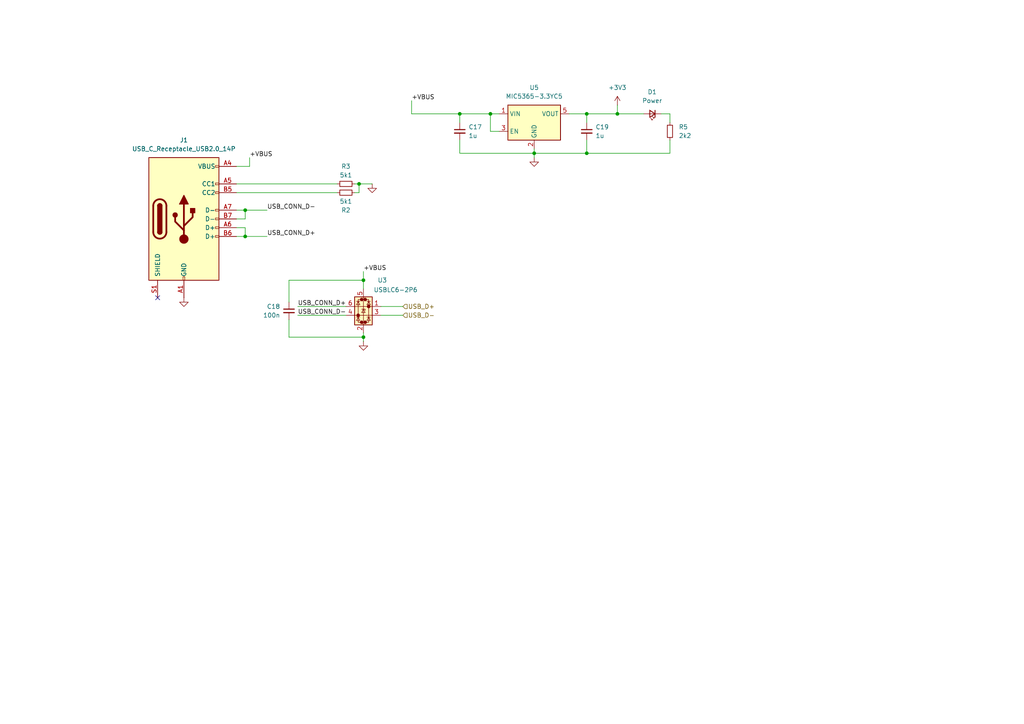
<source format=kicad_sch>
(kicad_sch (version 20231120) (generator "eeschema") (generator_version "8.0")
  (paper "A4")
  (lib_symbols
    (symbol "Connector:USB_C_Receptacle_USB2.0_14P" (pin_names (offset 1.016))
      (property "Reference" "J" (at 0 22.225 0))
      (property "Value" "USB_C_Receptacle_USB2.0_14P" (at 0 19.685 0))
      (symbol "USB_C_Receptacle_USB2.0_14P_0_0"
        (rectangle (start -0.254 -17.78) (end 0.254 -16.764))
        (rectangle (start 10.16 -4.826) (end 9.144 -5.334))
        (rectangle (start 10.16 -2.286) (end 9.144 -2.794))
        (rectangle (start 10.16 0.254) (end 9.144 -0.254))
        (rectangle (start 10.16 2.794) (end 9.144 2.286))
        (rectangle (start 10.16 7.874) (end 9.144 7.366))
        (rectangle (start 10.16 10.414) (end 9.144 9.906))
        (rectangle (start 10.16 15.494) (end 9.144 14.986))
      )
      (symbol "USB_C_Receptacle_USB2.0_14P_0_1"
        (rectangle (start -10.16 17.78) (end 10.16 -17.78) (stroke (width 0.254)) (fill (type background)))
        (arc (start -8.89 -3.81) (mid -6.985 -5.7067) (end -5.08 -3.81) (stroke (width 0.508)))
        (arc (start -7.62 -3.81) (mid -6.985 -4.4423) (end -6.35 -3.81) (stroke (width 0.254)))
        (arc (start -7.62 -3.81) (mid -6.985 -4.4423) (end -6.35 -3.81) (stroke (width 0.254)) (fill (type outline)))
        (rectangle (start -7.62 -3.81) (end -6.35 3.81) (stroke (width 0.254)) (fill (type outline)))
        (arc (start -6.35 3.81) (mid -6.985 4.4423) (end -7.62 3.81) (stroke (width 0.254)))
        (arc (start -6.35 3.81) (mid -6.985 4.4423) (end -7.62 3.81) (stroke (width 0.254)) (fill (type outline)))
        (arc (start -5.08 3.81) (mid -6.985 5.7067) (end -8.89 3.81) (stroke (width 0.508)))
        (circle (center -2.54 1.143) (radius 0.635) (stroke (width 0.254)) (fill (type outline)))
        (circle (center 0 -5.842) (radius 1.27) (fill (type outline)))
        (polyline (pts (xy -8.89 -3.81) (xy -8.89 3.81)) (stroke (width 0.508)))
        (polyline (pts (xy -5.08 3.81) (xy -5.08 -3.81)) (stroke (width 0.508)))
        (polyline (pts (xy 0 -5.842) (xy 0 4.318)) (stroke (width 0.508)))
        (polyline (pts (xy 0 -3.302) (xy -2.54 -0.762) (xy -2.54 0.508)) (stroke (width 0.508)))
        (polyline (pts (xy 0 -2.032) (xy 2.54 0.508) (xy 2.54 1.778)) (stroke (width 0.508)))
        (polyline (pts (xy -1.27 4.318) (xy 0 6.858) (xy 1.27 4.318) (xy -1.27 4.318)) (stroke (width 0.254)) (fill (type outline)))
        (rectangle (start 1.905 1.778) (end 3.175 3.048) (stroke (width 0.254)) (fill (type outline)))
      )
      (symbol "USB_C_Receptacle_USB2.0_14P_1_1"
        (pin passive line (at 0 -22.86 90) (length 5.08) (name "GND") (number "A1"))
        (pin passive line (at 0 -22.86 90) (length 5.08) hide (name "GND") (number "A12"))
        (pin passive line (at 15.24 15.24 180) (length 5.08) (name "VBUS") (number "A4"))
        (pin bidirectional line (at 15.24 10.16 180) (length 5.08) (name "CC1") (number "A5"))
        (pin bidirectional line (at 15.24 -2.54 180) (length 5.08) (name "D+") (number "A6"))
        (pin bidirectional line (at 15.24 2.54 180) (length 5.08) (name "D-") (number "A7"))
        (pin passive line (at 15.24 15.24 180) (length 5.08) hide (name "VBUS") (number "A9"))
        (pin passive line (at 0 -22.86 90) (length 5.08) hide (name "GND") (number "B1"))
        (pin passive line (at 0 -22.86 90) (length 5.08) hide (name "GND") (number "B12"))
        (pin passive line (at 15.24 15.24 180) (length 5.08) hide (name "VBUS") (number "B4"))
        (pin bidirectional line (at 15.24 7.62 180) (length 5.08) (name "CC2") (number "B5"))
        (pin bidirectional line (at 15.24 -5.08 180) (length 5.08) (name "D+") (number "B6"))
        (pin bidirectional line (at 15.24 0 180) (length 5.08) (name "D-") (number "B7"))
        (pin passive line (at 15.24 15.24 180) (length 5.08) hide (name "VBUS") (number "B9"))
        (pin passive line (at -7.62 -22.86 90) (length 5.08) (name "SHIELD") (number "S1"))
      )
    )
    (symbol "Device:C_Small" (pin_numbers hide) (pin_names (offset 0.254) hide)
      (property "Reference" "C" (at 0.254 1.778 0))
      (property "Value" "C_Small" (at 0.254 -2.032 0))
      (symbol "C_Small_0_1"
        (polyline (pts (xy -1.524 -0.508) (xy 1.524 -0.508)) (stroke (width 0.3302)))
        (polyline (pts (xy -1.524 0.508) (xy 1.524 0.508)) (stroke (width 0.3048)))
      )
      (symbol "C_Small_1_1"
        (pin passive line (at 0 2.54 270) (length 2.032) (name "~") (number "1"))
        (pin passive line (at 0 -2.54 90) (length 2.032) (name "~") (number "2"))
      )
    )
    (symbol "Device:LED_Small" (pin_numbers hide) (pin_names (offset 0.254) hide)
      (property "Reference" "D" (at -1.27 3.175 0))
      (property "Value" "LED_Small" (at -4.445 -2.54 0))
      (symbol "LED_Small_0_1"
        (polyline (pts (xy -0.762 -1.016) (xy -0.762 1.016)) (stroke (width 0.254)))
        (polyline (pts (xy 1.016 0) (xy -0.762 0)))
        (polyline (pts (xy 0.762 -1.016) (xy -0.762 0) (xy 0.762 1.016) (xy 0.762 -1.016)) (stroke (width 0.254)))
        (polyline (pts (xy 0 0.762) (xy -0.508 1.27) (xy -0.254 1.27) (xy -0.508 1.27) (xy -0.508 1.016)))
        (polyline (pts (xy 0.508 1.27) (xy 0 1.778) (xy 0.254 1.778) (xy 0 1.778) (xy 0 1.524)))
      )
      (symbol "LED_Small_1_1"
        (pin passive line (at -2.54 0 0) (length 1.778) (name "K") (number "1"))
        (pin passive line (at 2.54 0 180) (length 1.778) (name "A") (number "2"))
      )
    )
    (symbol "Device:R_Small" (pin_numbers hide) (pin_names (offset 0.254) hide)
      (property "Reference" "R" (at 0.762 0.508 0))
      (property "Value" "R_Small" (at 0.762 -1.016 0))
      (symbol "R_Small_0_1"
        (rectangle (start -0.762 1.778) (end 0.762 -1.778) (stroke (width 0.2032)))
      )
      (symbol "R_Small_1_1"
        (pin passive line (at 0 2.54 270) (length 0.762) (name "~") (number "1"))
        (pin passive line (at 0 -2.54 90) (length 0.762) (name "~") (number "2"))
      )
    )
    (symbol "Power_Protection:USBLC6-2P6" (pin_names hide)
      (property "Reference" "U" (at 0.635 5.715 0))
      (property "Value" "USBLC6-2P6" (at 0.635 3.81 0))
      (symbol "USBLC6-2P6_0_0"
        (circle (center -1.524 0) (radius 0.0001) (stroke (width 0.508)))
        (circle (center -0.508 -4.572) (radius 0.0001) (stroke (width 0.508)))
        (circle (center -0.508 2.032) (radius 0.0001) (stroke (width 0.508)))
        (circle (center 0.508 -4.572) (radius 0.0001) (stroke (width 0.508)))
        (circle (center 0.508 2.032) (radius 0.0001) (stroke (width 0.508)))
        (circle (center 1.524 -2.54) (radius 0.0001) (stroke (width 0.508)))
      )
      (symbol "USBLC6-2P6_0_1"
        (polyline (pts (xy -2.54 -2.54) (xy 2.54 -2.54)))
        (polyline (pts (xy -2.54 0) (xy 2.54 0)))
        (polyline (pts (xy -2.032 -3.048) (xy -1.016 -3.048)))
        (polyline (pts (xy -1.016 1.524) (xy -2.032 1.524)))
        (polyline (pts (xy 1.016 -3.048) (xy 2.032 -3.048)))
        (polyline (pts (xy 1.016 1.524) (xy 2.032 1.524)))
        (polyline (pts (xy -0.508 -1.143) (xy -0.508 -0.762) (xy 0.508 -0.762)))
        (polyline (pts (xy -2.032 0.508) (xy -1.016 0.508) (xy -1.524 1.524) (xy -2.032 0.508)))
        (polyline (pts (xy -1.016 -4.064) (xy -2.032 -4.064) (xy -1.524 -3.048) (xy -1.016 -4.064)))
        (polyline (pts (xy 0.508 -1.778) (xy -0.508 -1.778) (xy 0 -0.762) (xy 0.508 -1.778)))
        (polyline (pts (xy 2.032 -4.064) (xy 1.016 -4.064) (xy 1.524 -3.048) (xy 2.032 -4.064)))
        (polyline (pts (xy 2.032 0.508) (xy 1.016 0.508) (xy 1.524 1.524) (xy 2.032 0.508)))
        (polyline (pts (xy 0 2.54) (xy -0.508 2.032) (xy 0.508 2.032) (xy 0 1.524) (xy 0 -4.064) (xy -0.508 -4.572) (xy 0.508 -4.572) (xy 0 -5.08)))
      )
      (symbol "USBLC6-2P6_1_1"
        (rectangle (start -2.54 2.794) (end 2.54 -5.334) (stroke (width 0.254)) (fill (type background)))
        (polyline (pts (xy -0.508 2.032) (xy -1.524 2.032) (xy -1.524 -4.572) (xy -0.508 -4.572)))
        (polyline (pts (xy 0.508 -4.572) (xy 1.524 -4.572) (xy 1.524 2.032) (xy 0.508 2.032)))
        (pin passive line (at -5.08 0 0) (length 2.54) (name "I/O1") (number "1"))
        (pin passive line (at 0 -7.62 90) (length 2.54) (name "GND") (number "2"))
        (pin passive line (at -5.08 -2.54 0) (length 2.54) (name "I/O2") (number "3"))
        (pin passive line (at 5.08 -2.54 180) (length 2.54) (name "I/O2") (number "4"))
        (pin passive line (at 0 5.08 270) (length 2.54) (name "VBUS") (number "5"))
        (pin passive line (at 5.08 0 180) (length 2.54) (name "I/O1") (number "6"))
      )
    )
    (symbol "Regulator_Linear:MIC5365-3.3YC5"
      (property "Reference" "U" (at -6.35 6.35 0))
      (property "Value" "MIC5365-3.3YC5" (at 0 6.35 0))
      (symbol "MIC5365-3.3YC5_0_1"
        (rectangle (start -7.62 -5.08) (end 7.62 5.08) (stroke (width 0.254)) (fill (type background)))
      )
      (symbol "MIC5365-3.3YC5_1_1"
        (pin power_in line (at -10.16 2.54 0) (length 2.54) (name "VIN") (number "1"))
        (pin power_in line (at 0 -7.62 90) (length 2.54) (name "GND") (number "2"))
        (pin input line (at -10.16 -2.54 0) (length 2.54) (name "EN") (number "3"))
        (pin no_connect line (at 7.62 -2.54 180) (length 2.54) hide (name "NC") (number "4"))
        (pin power_out line (at 10.16 2.54 180) (length 2.54) (name "VOUT") (number "5"))
      )
    )
    (symbol "power:+3V3" (power) (pin_numbers hide) (pin_names (offset 0) hide)
      (property "Value" "+3V3" (at 0 3.556 0))
      (symbol "+3V3_0_1"
        (polyline (pts (xy -0.762 1.27) (xy 0 2.54)))
        (polyline (pts (xy 0 0) (xy 0 2.54)))
        (polyline (pts (xy 0 2.54) (xy 0.762 1.27)))
      )
      (symbol "+3V3_1_1"
        (pin power_in line (at 0 0 90) (length 0) (name "~") (number "1"))
      )
    )
    (symbol "power:GND" (power) (pin_numbers hide) (pin_names (offset 0) hide)
      (property "Value" "GND" (at 0 -3.81 0))
      (symbol "GND_0_1"
        (polyline (pts (xy 0 0) (xy 0 -1.27) (xy 1.27 -1.27) (xy 0 -2.54) (xy -1.27 -1.27) (xy 0 -1.27)))
      )
      (symbol "GND_1_1"
        (pin power_in line (at 0 0 270) (length 0) (name "~") (number "1"))
      )
    )
  )
  (junction (at 170.18 33.02))
  (junction (at 179.07 33.02))
  (junction (at 105.41 97.79))
  (junction (at 154.94 44.45))
  (junction (at 105.41 81.28))
  (junction (at 170.18 44.45))
  (junction (at 71.12 60.96))
  (junction (at 71.12 68.58))
  (junction (at 133.35 33.02))
  (junction (at 142.24 33.02))
  (junction (at 104.14 53.34))
  (no_connect (at 45.72 86.36))
  (wire (pts (xy 154.94 44.45) (xy 154.94 45.72)))
  (wire (pts (xy 110.49 88.9) (xy 116.84 88.9)))
  (wire (pts (xy 83.82 81.28) (xy 105.41 81.28)))
  (wire (pts (xy 68.58 53.34) (xy 97.79 53.34)))
  (wire (pts (xy 68.58 63.5) (xy 71.12 63.5)))
  (wire (pts (xy 68.58 68.58) (xy 71.12 68.58)))
  (wire (pts (xy 105.41 81.28) (xy 105.41 83.82)))
  (wire (pts (xy 68.58 60.96) (xy 71.12 60.96)))
  (wire (pts (xy 194.31 40.64) (xy 194.31 44.45)))
  (wire (pts (xy 170.18 33.02) (xy 170.18 35.56)))
  (wire (pts (xy 119.38 33.02) (xy 133.35 33.02)))
  (wire (pts (xy 102.87 53.34) (xy 104.14 53.34)))
  (wire (pts (xy 142.24 33.02) (xy 144.78 33.02)))
  (wire (pts (xy 133.35 44.45) (xy 154.94 44.45)))
  (wire (pts (xy 110.49 91.44) (xy 116.84 91.44)))
  (wire (pts (xy 133.35 33.02) (xy 133.35 35.56)))
  (wire (pts (xy 83.82 92.71) (xy 83.82 97.79)))
  (wire (pts (xy 86.36 88.9) (xy 100.33 88.9)))
  (wire (pts (xy 105.41 97.79) (xy 105.41 99.06)))
  (wire (pts (xy 68.58 48.26) (xy 72.39 48.26)))
  (wire (pts (xy 179.07 33.02) (xy 179.07 30.48)))
  (wire (pts (xy 105.41 78.74) (xy 105.41 81.28)))
  (wire (pts (xy 142.24 38.1) (xy 142.24 33.02)))
  (wire (pts (xy 86.36 91.44) (xy 100.33 91.44)))
  (wire (pts (xy 133.35 33.02) (xy 142.24 33.02)))
  (wire (pts (xy 119.38 29.21) (xy 119.38 33.02)))
  (wire (pts (xy 68.58 66.04) (xy 71.12 66.04)))
  (wire (pts (xy 71.12 60.96) (xy 77.47 60.96)))
  (wire (pts (xy 194.31 33.02) (xy 194.31 35.56)))
  (wire (pts (xy 71.12 68.58) (xy 77.47 68.58)))
  (wire (pts (xy 71.12 63.5) (xy 71.12 60.96)))
  (wire (pts (xy 170.18 44.45) (xy 154.94 44.45)))
  (wire (pts (xy 68.58 55.88) (xy 97.79 55.88)))
  (wire (pts (xy 105.41 96.52) (xy 105.41 97.79)))
  (wire (pts (xy 170.18 33.02) (xy 179.07 33.02)))
  (wire (pts (xy 194.31 44.45) (xy 170.18 44.45)))
  (wire (pts (xy 144.78 38.1) (xy 142.24 38.1)))
  (wire (pts (xy 71.12 66.04) (xy 71.12 68.58)))
  (wire (pts (xy 102.87 55.88) (xy 104.14 55.88)))
  (wire (pts (xy 165.1 33.02) (xy 170.18 33.02)))
  (wire (pts (xy 191.77 33.02) (xy 194.31 33.02)))
  (wire (pts (xy 170.18 40.64) (xy 170.18 44.45)))
  (wire (pts (xy 83.82 97.79) (xy 105.41 97.79)))
  (wire (pts (xy 72.39 48.26) (xy 72.39 45.72)))
  (wire (pts (xy 154.94 43.18) (xy 154.94 44.45)))
  (wire (pts (xy 104.14 53.34) (xy 107.95 53.34)))
  (wire (pts (xy 83.82 87.63) (xy 83.82 81.28)))
  (wire (pts (xy 133.35 40.64) (xy 133.35 44.45)))
  (wire (pts (xy 104.14 55.88) (xy 104.14 53.34)))
  (wire (pts (xy 179.07 33.02) (xy 186.69 33.02)))
  (label "USB_CONN_D+" (at 86.36 88.9 0))
  (label "+VBUS" (at 105.41 78.74 0))
  (label "USB_CONN_D-" (at 86.36 91.44 0))
  (label "+VBUS" (at 119.38 29.21 0))
  (label "USB_CONN_D-" (at 77.47 60.96 0))
  (label "+VBUS" (at 72.39 45.72 0))
  (label "USB_CONN_D+" (at 77.47 68.58 0))
  (hierarchical_label "USB_D+" (shape input) (at 116.84 88.9 0))
  (hierarchical_label "USB_D-" (shape input) (at 116.84 91.44 0))
  (symbol (lib_id "Power_Protection:USBLC6-2P6") (at 105.41 88.9 0) (mirror y) (unit 1)
    (property "Reference" "U3" (at 112.268 81.28 0) (effects (justify left)))
    (property "Value" "USBLC6-2P6" (at 121.158 84.074 0) (effects (justify left)))
    (property "Footprint" "Package_TO_SOT_SMD:SOT-666" (effects (hide yes)))
    (property "Datasheet" "https://www.st.com/resource/en/datasheet/usblc6-2.pdf" (effects (hide yes)))
    (property "Description" "Very low capacitance ESD protection diode, 2 data-line, SOT-666" (effects (hide yes)))
    (property "LCSC" "C2827693" (effects (hide yes)))
  )
  (symbol (lib_id "power:GND") (at 107.95 53.34 0) (unit 1)
    (property "Reference" "#PWR019" (effects (hide yes)))
    (property "Value" "GND" (effects (hide yes)))
    (property "Description" "Power symbol creates a global label with name \"GND\" , ground" (effects (hide yes)))
  )
  (symbol (lib_id "power:+3V3") (at 179.07 30.48 0) (unit 1)
    (property "Reference" "#PWR016" (effects (hide yes)))
    (property "Value" "+3V3" (at 179.07 25.4 0))
    (property "Description" "Power symbol creates a global label with name \"+3V3\"" (effects (hide yes)))
  )
  (symbol (lib_id "Device:LED_Small") (at 189.23 33.02 180) (unit 1)
    (property "Reference" "D1" (at 189.1665 26.67 0))
    (property "Value" "Power" (at 189.1665 29.21 0))
    (property "Footprint" "LED_SMD:LED_0603_1608Metric" (effects (hide yes)))
    (property "Description" "Light emitting diode, small symbol" (effects (hide yes)))
    (property "LCSC" "C2286" (effects (hide yes)))
  )
  (symbol (lib_id "Device:R_Small") (at 100.33 55.88 90) (mirror x) (unit 1)
    (property "Reference" "R2" (at 100.33 60.96 90))
    (property "Value" "5k1" (at 100.33 58.42 90))
    (property "Footprint" "Resistor_SMD:R_0402_1005Metric" (effects (hide yes)))
    (property "Description" "Resistor, small symbol" (effects (hide yes)))
    (property "LCSC" "C25905" (effects (hide yes)))
  )
  (symbol (lib_id "power:GND") (at 154.94 45.72 0) (unit 1)
    (property "Reference" "#PWR015" (effects (hide yes)))
    (property "Value" "GND" (effects (hide yes)))
    (property "Description" "Power symbol creates a global label with name \"GND\" , ground" (effects (hide yes)))
  )
  (symbol (lib_id "power:GND") (at 53.34 86.36 0) (unit 1)
    (property "Reference" "#PWR020" (effects (hide yes)))
    (property "Value" "GND" (effects (hide yes)))
    (property "Description" "Power symbol creates a global label with name \"GND\" , ground" (effects (hide yes)))
  )
  (symbol (lib_id "Connector:USB_C_Receptacle_USB2.0_14P") (at 53.34 63.5 0) (unit 1)
    (property "Reference" "J1" (at 53.34 40.64 0))
    (property "Value" "USB_C_Receptacle_USB2.0_14P" (at 53.34 43.18 0))
    (property "Footprint" "Connector_USB:USB_C_Receptacle_XKB_U262-16XN-4BVC11" (effects (hide yes)))
    (property "Datasheet" "https://www.usb.org/sites/default/files/documents/usb_type-c.zip" (effects (hide yes)))
    (property "Description" "USB 2.0-only 14P Type-C Receptacle connector" (effects (hide yes)))
    (property "LCSC" "C319148" (effects (hide yes)))
  )
  (symbol (lib_id "Regulator_Linear:MIC5365-3.3YC5") (at 154.94 35.56 0) (unit 1)
    (property "Reference" "U5" (at 154.94 25.4 0))
    (property "Value" "MIC5365-3.3YC5" (at 154.94 27.94 0))
    (property "Footprint" "Package_TO_SOT_SMD:SOT-353_SC-70-5" (effects (hide yes)))
    (property "Datasheet" "http://ww1.microchip.com/downloads/en/DeviceDoc/mic5365.pdf" (effects (hide yes)))
    (property "Description" "150mA Low-dropout Voltage Regulator, Vout 3.3V, Vin up to 5.5V, SC-70-5" (effects (hide yes)))
    (property "LCSC" "C3021118" (effects (hide yes)))
  )
  (symbol (lib_id "power:GND") (at 105.41 99.06 0) (unit 1)
    (property "Reference" "#PWR017" (effects (hide yes)))
    (property "Value" "GND" (effects (hide yes)))
    (property "Description" "Power symbol creates a global label with name \"GND\" , ground" (effects (hide yes)))
  )
  (symbol (lib_id "Device:R_Small") (at 194.31 38.1 0) (unit 1)
    (property "Reference" "R5" (at 196.85 36.8299 0) (effects (justify left)))
    (property "Value" "2k2" (at 196.85 39.3699 0) (effects (justify left)))
    (property "Footprint" "Resistor_SMD:R_0402_1005Metric" (effects (hide yes)))
    (property "Description" "Resistor, small symbol" (effects (hide yes)))
    (property "LCSC" "C25879" (effects (hide yes)))
  )
  (symbol (lib_id "Device:R_Small") (at 100.33 53.34 90) (unit 1)
    (property "Reference" "R3" (at 100.33 48.26 90))
    (property "Value" "5k1" (at 100.33 50.8 90))
    (property "Footprint" "Resistor_SMD:R_0402_1005Metric" (effects (hide yes)))
    (property "Description" "Resistor, small symbol" (effects (hide yes)))
    (property "LCSC" "C25905" (effects (hide yes)))
  )
  (symbol (lib_id "Device:C_Small") (at 170.18 38.1 0) (unit 1)
    (property "Reference" "C19" (at 172.72 36.8362 0) (effects (justify left)))
    (property "Value" "1u" (at 172.72 39.3762 0) (effects (justify left)))
    (property "Footprint" "Capacitor_SMD:C_0402_1005Metric" (effects (hide yes)))
    (property "Description" "Unpolarized capacitor, small symbol" (effects (hide yes)))
    (property "LCSC" "C52923" (effects (hide yes)))
  )
  (symbol (lib_id "Device:C_Small") (at 83.82 90.17 0) (unit 1)
    (property "Reference" "C18" (at 81.28 88.9062 0) (effects (justify right)))
    (property "Value" "100n" (at 81.28 91.4462 0) (effects (justify right)))
    (property "Footprint" "Capacitor_SMD:C_0402_1005Metric" (effects (hide yes)))
    (property "Description" "Unpolarized capacitor, small symbol" (effects (hide yes)))
    (property "LCSC" "C1525" (effects (hide yes)))
  )
  (symbol (lib_id "Device:C_Small") (at 133.35 38.1 0) (unit 1)
    (property "Reference" "C17" (at 135.89 36.8362 0) (effects (justify left)))
    (property "Value" "1u" (at 135.89 39.3762 0) (effects (justify left)))
    (property "Footprint" "Capacitor_SMD:C_0402_1005Metric" (effects (hide yes)))
    (property "Description" "Unpolarized capacitor, small symbol" (effects (hide yes)))
    (property "LCSC" "C52923" (effects (hide yes)))
  )
)
</source>
